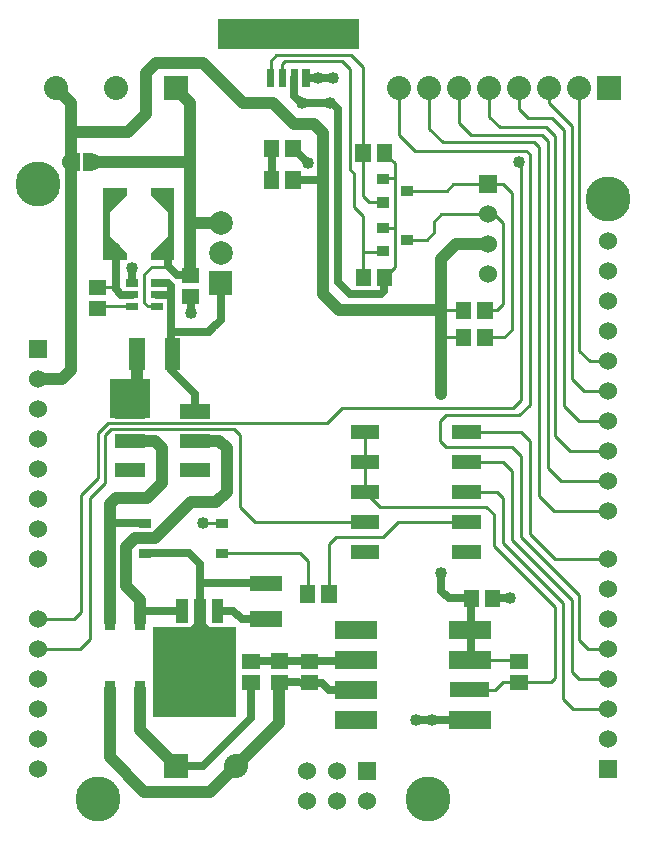
<source format=gbr>
G04 start of page 2 for group 0 idx 0 *
G04 Title: (unknown), component *
G04 Creator: pcb 4.0.2 *
G04 CreationDate: Sat May 14 18:12:11 2022 UTC *
G04 For: railfan *
G04 Format: Gerber/RS-274X *
G04 PCB-Dimensions (mil): 3110.00 2710.00 *
G04 PCB-Coordinate-Origin: lower left *
%MOIN*%
%FSLAX25Y25*%
%LNTOP*%
%ADD23C,0.0450*%
%ADD22C,0.0480*%
%ADD21C,0.1285*%
%ADD20C,0.0380*%
%ADD19C,0.0200*%
%ADD18C,0.0787*%
%ADD17C,0.0800*%
%ADD16C,0.1500*%
%ADD15C,0.0600*%
%ADD14C,0.0250*%
%ADD13C,0.0400*%
%ADD12C,0.0100*%
%ADD11C,0.0001*%
G54D11*G36*
X70500Y270500D02*X117500D01*
Y260500D01*
X70500D01*
Y270500D01*
G37*
G36*
X49000Y68000D02*X61417D01*
X61421Y61517D01*
X61465Y61333D01*
X61537Y61158D01*
X61636Y60997D01*
X61759Y60854D01*
X61902Y60731D01*
X62064Y60632D01*
X62238Y60560D01*
X62422Y60516D01*
X62610Y60505D01*
X66578Y60516D01*
X66762Y60560D01*
X66936Y60632D01*
X67098Y60731D01*
X67241Y60854D01*
X67364Y60997D01*
X67463Y61158D01*
X67535Y61333D01*
X67579Y61517D01*
X67590Y61705D01*
X67586Y68000D01*
X76500D01*
Y38000D01*
X49000D01*
Y68000D01*
G37*
G36*
X34500Y150500D02*X48000D01*
Y137500D01*
X34500D01*
Y150500D01*
G37*
G54D12*X191000Y160000D02*Y247500D01*
X188500Y235000D02*Y150500D01*
X185750Y226750D02*Y141750D01*
X200500Y156500D02*X194500D01*
X191000Y160000D01*
X188500Y150500D02*X192500Y146500D01*
X200500D01*
X185750Y141750D02*X191000Y136500D01*
X200500D01*
Y126500D02*X188000D01*
X183000Y131500D01*
X153450Y123000D02*X165500D01*
X153450Y113000D02*X163500D01*
X165500Y123000D02*X168500Y120000D01*
Y116000D01*
X183000Y131500D02*Y231500D01*
X180500Y121000D02*Y230000D01*
X177500Y111500D02*Y227000D01*
Y226500D02*Y228000D01*
X174500Y142000D02*Y225500D01*
X172000Y222000D02*X171000Y223000D01*
X171500Y204000D02*Y222500D01*
X171000Y223000D01*
X169000Y141000D02*X171500Y143500D01*
Y209500D01*
X168500Y167000D02*Y212500D01*
X165500Y175500D02*X163500Y173500D01*
X159511D01*
X159543Y164500D02*X166000D01*
X168500Y167000D01*
X162500Y205500D02*X165500Y202500D01*
Y175500D01*
X168500Y212500D02*X165500Y215500D01*
G54D13*X145000Y145500D02*Y190500D01*
X150000Y195500D01*
X153500D01*
G54D12*X200500Y116500D02*X185000D01*
X180500Y121000D01*
X182500Y106500D02*X177500Y111500D01*
X174500Y130000D02*Y99000D01*
X200500Y106500D02*X182500D01*
X200500Y90500D02*X183000D01*
X174500Y99000D01*
X176250Y97250D01*
X171500Y98000D02*Y125000D01*
X168500Y97000D02*Y118000D01*
X163500Y113000D02*X165500Y111000D01*
Y96000D01*
X162500Y105500D02*Y95000D01*
X171500Y125000D02*X168500Y128000D01*
X146500D01*
X141500Y108000D02*X160000D01*
X162500Y105500D01*
X130500Y103000D02*X153450D01*
X143000Y108000D02*X124550D01*
X146500Y128000D02*X144500Y130000D01*
Y136500D01*
X146500Y138500D01*
X153450Y133000D02*X171500D01*
X174500Y130000D01*
X146500Y138500D02*X171000D01*
X174500Y142000D01*
X112000Y141000D02*X169000D01*
X119550Y133000D02*Y113000D01*
X112000Y141000D02*X107000Y136000D01*
X113000Y98000D02*X125500D01*
X130500Y103000D01*
X124550Y108000D02*X119550Y113000D01*
X200500Y60500D02*X194000D01*
X200500Y50500D02*X191000D01*
X188500Y53000D01*
X194000Y60500D02*X191000Y63500D01*
Y78500D01*
X188500Y53000D02*Y77000D01*
X185500Y76000D02*Y44000D01*
X183000Y74500D02*Y51000D01*
X181500Y49500D01*
X185500Y44000D02*X189000Y40500D01*
X191000Y78500D02*X171500Y98000D01*
X188500Y77000D02*X168500Y97000D01*
X165500Y96000D02*X185500Y76000D01*
X162500Y95000D02*X183000Y74500D01*
X189000Y40500D02*X200500D01*
G54D14*X136500Y37000D02*X154500D01*
G54D12*Y47000D02*X163000D01*
X165500Y49500D01*
X170914D01*
X170957Y49457D01*
X170500Y57000D02*X170957Y56543D01*
X181500Y49500D02*X171500D01*
X154500Y57000D02*X170500D01*
G54D14*X168000Y77500D02*X162043D01*
X147500D02*X154957D01*
X145000Y86000D02*Y80000D01*
X147500Y77500D01*
X154957D02*Y57457D01*
X154500Y57000D01*
G54D13*X76500Y21600D02*X76600Y21700D01*
G54D14*X105043Y49457D02*X107500Y47000D01*
X116500D01*
X81500Y49457D02*Y37500D01*
X90500Y56500D02*X117000D01*
X93000D02*X81543D01*
X81500Y56543D01*
X91000Y49500D02*X105043Y49457D01*
G54D13*X91000Y49500D02*Y36000D01*
X76500Y21500D01*
G54D14*X81500Y37500D02*X65500Y21500D01*
X56500D01*
G54D13*X67900Y13000D02*X76950Y22050D01*
X44500Y47250D02*Y33500D01*
X56500Y21500D01*
X34500Y47250D02*Y24500D01*
X46000Y13000D01*
X67900D01*
G54D14*X70406Y73358D02*X75642D01*
X78500Y70500D01*
X86310D01*
X86500Y70690D01*
X64500Y89000D02*Y77500D01*
Y69500D02*Y79000D01*
X68000Y82500D02*X86500D01*
X64500D02*X72500D01*
G54D12*X71750Y92500D02*X88957D01*
X85500D02*X98000D01*
X100500Y90000D01*
Y79043D01*
X100457Y79000D01*
X107543D02*Y95543D01*
X119550Y103000D02*X113500D01*
X107543Y95543D02*X110000Y98000D01*
X113500D01*
X114500Y103000D02*X83000D01*
X107000Y136000D02*X69500D01*
G54D14*X46250Y92500D02*X61000D01*
G54D13*X49500Y97500D02*X52000Y100000D01*
X61500Y109500D02*X51250Y99250D01*
G54D14*X61000Y92500D02*X64500Y89000D01*
X46250Y102500D02*X34500D01*
G54D13*X40000Y94000D02*Y81500D01*
X49500Y97500D02*X43000D01*
X40000Y94500D01*
Y89500D01*
X47000Y111000D02*X36500D01*
X44500Y69750D02*Y77000D01*
X40000Y81500D02*X44500Y77000D01*
G54D14*X58594Y73358D02*X44642D01*
X44500Y73500D01*
G54D13*X36500Y111000D02*X34500Y109000D01*
Y69750D01*
G54D12*X28000Y64000D02*Y111000D01*
X33000Y116000D01*
X10500Y60500D02*X24500D01*
X28000Y64000D01*
X10500Y70500D02*X22500D01*
X25000Y73000D01*
Y112000D01*
X30500Y117500D01*
X65500Y102500D02*X71750D01*
X83000Y103000D02*X78000Y108000D01*
G54D13*X62825Y130000D02*X71000D01*
X73500Y127500D01*
Y113000D01*
X70000Y109500D01*
X61500D01*
G54D12*X78000Y108000D02*Y132000D01*
X76000Y134000D01*
X74500Y136000D02*X34000D01*
X35000Y134000D02*X76000D01*
X33000Y116000D02*Y132000D01*
X30500Y117500D02*Y132500D01*
X33000Y132000D02*X35000Y134000D01*
X30500Y132500D02*X34000Y136000D01*
G54D13*X41175Y130000D02*X49500D01*
X52000Y127500D01*
Y116000D01*
X47000Y111000D01*
G54D14*X54873Y169627D02*Y181627D01*
X53873Y182627D01*
X50073D01*
Y178727D02*X54773D01*
X54873Y178627D01*
Y171500D02*Y153627D01*
G54D13*X43500Y145500D02*Y158905D01*
X43595Y159000D01*
G54D14*X54873Y153627D02*X63000Y145500D01*
Y139975D01*
X62825Y139800D01*
X36373Y180627D02*Y194500D01*
G54D12*X30373Y181170D02*X35916D01*
X36373Y181627D01*
G54D14*X41873Y178727D02*X38273D01*
X36373Y180627D01*
G54D12*X41873Y174827D02*X39573D01*
X41073D02*X31116D01*
G54D13*X21500Y225000D02*Y153500D01*
Y223000D02*Y242500D01*
X16500Y247500D01*
X21500Y153500D02*X18500Y150500D01*
X10500D01*
X47000Y223000D02*X28400D01*
X21500Y233000D02*X40500D01*
X46500Y239000D01*
Y246500D01*
G54D14*X41873Y182627D02*Y187527D01*
G54D12*X45873Y176127D02*Y185400D01*
Y185627D02*Y183627D01*
X50073Y174827D02*X47173D01*
X45873Y176127D01*
G54D14*X61373Y178127D02*Y172627D01*
X71373Y182627D02*Y170373D01*
X68000Y167000D01*
X54873Y166373D02*X67373D01*
X69500Y168500D01*
X53737Y192763D02*Y188263D01*
X56373Y185627D01*
X61373Y185213D02*X56787D01*
X55373Y186627D01*
G54D12*X53737Y188127D02*X48373D01*
X45873Y185627D01*
G54D14*X71246Y202500D02*X71373Y202627D01*
G54D13*X64000Y202500D02*X71246D01*
X65500D02*X61287D01*
Y185213D02*Y199787D01*
Y196500D02*Y242713D01*
X56500Y247500D01*
X44000Y223000D02*X61287D01*
G54D14*X88457Y227500D02*Y217000D01*
G54D12*X88063Y251000D02*Y256563D01*
G54D13*X65500Y256000D02*X77000Y244500D01*
X89000Y242500D02*X79000D01*
X74500Y247000D01*
G54D12*X88063Y256563D02*X90000Y258500D01*
G54D13*X50000Y256000D02*X65500D01*
X46500Y240500D02*Y252500D01*
X50000Y256000D01*
G54D12*X181000Y247500D02*Y242500D01*
X171000Y247500D02*Y240500D01*
X174000Y237500D01*
X182000D01*
X181000Y242500D02*X188500Y235000D01*
X182000Y237500D02*X185750Y233750D01*
Y224750D01*
X183000Y231500D02*X180000Y234500D01*
X164500D01*
X161000Y238000D01*
X180500Y230000D02*X178500Y232000D01*
X155000D01*
X151000Y236000D01*
X177500Y228000D02*X176000Y229500D01*
X174500Y225500D02*X173250Y226750D01*
X161000Y238000D02*Y247500D01*
X151000Y236000D02*Y247500D01*
X176000Y229500D02*X145500D01*
X173250Y226750D02*X136250D01*
X141000Y234000D02*Y247500D01*
X145500Y229500D02*X141000Y234000D01*
X131000Y233500D02*Y247500D01*
X136250Y226750D02*X131000Y232000D01*
Y234500D01*
X134300Y197000D02*X134200Y197100D01*
X129500Y188000D02*Y222500D01*
X119000Y205000D02*Y192500D01*
G54D14*X110500Y240500D02*Y183000D01*
X114500Y179000D01*
G54D13*X105500Y224000D02*Y179000D01*
X111000Y173500D01*
X108000Y176500D01*
G54D12*X119000Y193000D02*Y184543D01*
Y193000D02*X125300D01*
X125500Y193200D01*
X126043Y184500D02*Y184543D01*
X129500Y188000D01*
Y201000D02*X125500D01*
X119000Y184543D02*X118957Y184500D01*
G54D14*X114500Y179000D02*X125000D01*
X126000Y180000D01*
Y184457D01*
X126043Y184500D01*
G54D13*X145000Y173500D02*X111000D01*
G54D12*X133700Y197100D02*X140100D01*
X142500Y199500D01*
Y203000D01*
X152426Y173500D02*X146500D01*
X152457Y164500D02*X146500D01*
X125500Y217300D02*X125700D01*
X119000Y211500D02*Y225914D01*
X118914Y226000D01*
X129500Y222500D02*X126000Y226000D01*
X129500Y217500D02*X125500D01*
X125300Y217300D01*
X125500Y209500D02*X121000D01*
X119000Y211500D01*
X116000Y219000D02*Y208000D01*
X119000Y205000D01*
X114500Y220500D02*X116000Y219000D01*
X133700Y213400D02*X146900D01*
X149000Y215500D01*
X165500D02*X149000D01*
X142500Y203000D02*X145000Y205500D01*
X153000D01*
G54D13*X160500Y195500D02*X150000D01*
G54D12*X150500Y205500D02*X162500D01*
G54D14*X99874Y251000D02*X109000D01*
G54D12*X92000D02*Y255500D01*
G54D14*X96000Y251000D02*Y245000D01*
G54D12*X119000Y225500D02*Y254500D01*
X114500Y254000D02*Y220500D01*
G54D13*X105500Y219500D02*Y232500D01*
X102500Y235500D01*
G54D14*X100500Y222500D02*Y222543D01*
G54D12*X119000Y254500D02*X115000Y258500D01*
X90000D02*X115000D01*
X116000Y257500D01*
X92000Y255500D02*X93000Y256500D01*
X112000D01*
X114500Y254000D01*
G54D14*X96000Y245000D02*X98500Y242500D01*
X108500D01*
X110500Y240500D01*
G54D13*X102500Y235500D02*X96000D01*
X89000Y242500D01*
G54D14*X95543Y217000D02*X105500D01*
X100500Y222543D02*X95543Y227500D01*
G54D11*G36*
X197500Y23500D02*Y17500D01*
X203500D01*
Y23500D01*
X197500D01*
G37*
G54D15*X200500Y30500D03*
Y40500D03*
Y50500D03*
Y60500D03*
Y70500D03*
G54D16*X140500Y10500D03*
G54D15*X120300Y10000D03*
X110300D03*
X100300D03*
G54D11*G36*
X117300Y23000D02*Y17000D01*
X123300D01*
Y23000D01*
X117300D01*
G37*
G54D15*X110300Y20000D03*
X100300D03*
G54D11*G36*
X52500Y25500D02*Y17500D01*
X60500D01*
Y25500D01*
X52500D01*
G37*
G54D17*X76500Y21500D03*
G54D15*X10500Y130500D03*
Y120500D03*
Y110500D03*
Y100500D03*
G54D11*G36*
X7500Y163500D02*Y157500D01*
X13500D01*
Y163500D01*
X7500D01*
G37*
G54D15*X10500Y150500D03*
Y140500D03*
G54D16*Y215500D03*
G54D17*X16500Y247500D03*
G54D15*X10500Y90500D03*
Y70500D03*
Y60500D03*
Y50500D03*
Y40500D03*
Y30500D03*
Y20500D03*
G54D16*X30500Y10500D03*
G54D15*X200500Y80500D03*
Y90500D03*
Y106500D03*
Y116500D03*
Y126500D03*
Y136500D03*
Y146500D03*
Y156500D03*
Y166500D03*
Y176500D03*
Y186500D03*
Y196500D03*
G54D16*Y210500D03*
G54D11*G36*
X157500Y218500D02*Y212500D01*
X163500D01*
Y218500D01*
X157500D01*
G37*
G54D15*X160500Y205500D03*
Y195500D03*
G54D11*G36*
X197000Y251500D02*Y243500D01*
X205000D01*
Y251500D01*
X197000D01*
G37*
G54D17*X191000Y247500D03*
X181000D03*
X171000D03*
G54D15*X160500Y185500D03*
G54D17*X161000Y247500D03*
X151000D03*
X141000D03*
X131000D03*
G54D11*G36*
X52500Y251500D02*Y243500D01*
X60500D01*
Y251500D01*
X52500D01*
G37*
G54D17*X36500Y247500D03*
G54D18*X71373Y202627D03*
Y192627D03*
G54D11*G36*
X67436Y186564D02*Y178690D01*
X75310D01*
Y186564D01*
X67436D01*
G37*
G54D15*X21600Y223000D03*
G54D11*G36*
X24600Y226000D02*X21600D01*
Y220000D01*
X24600D01*
Y226000D01*
G37*
G54D15*X28400Y223000D03*
G54D11*G36*
Y226000D02*X25400D01*
Y220000D01*
X28400D01*
Y226000D01*
G37*
G36*
X121473Y228952D02*X116355D01*
Y223048D01*
X121473D01*
Y228952D01*
G37*
G36*
X101055Y254051D02*X98693D01*
Y247949D01*
X101055D01*
Y254051D01*
G37*
G36*
X107354Y269799D02*X102630D01*
Y262713D01*
X107354D01*
Y269799D01*
G37*
G36*
X97118Y254051D02*X94756D01*
Y247949D01*
X97118D01*
Y254051D01*
G37*
G36*
X98102Y230452D02*X92984D01*
Y224548D01*
X98102D01*
Y230452D01*
G37*
G36*
X91016D02*X85898D01*
Y224548D01*
X91016D01*
Y230452D01*
G37*
G36*
Y219952D02*X85898D01*
Y214048D01*
X91016D01*
Y219952D01*
G37*
G36*
X98102D02*X92984D01*
Y214048D01*
X98102D01*
Y219952D01*
G37*
G36*
X93181Y254051D02*X90819D01*
Y247949D01*
X93181D01*
Y254051D01*
G37*
G36*
X89244D02*X86882D01*
Y247949D01*
X89244D01*
Y254051D01*
G37*
G36*
X85307Y269799D02*X80583D01*
Y262713D01*
X85307D01*
Y269799D01*
G37*
G36*
X48073Y176027D02*Y173627D01*
X52073D01*
Y176027D01*
X48073D01*
G37*
G36*
Y179927D02*Y177527D01*
X52073D01*
Y179927D01*
X48073D01*
G37*
G36*
X58421Y180686D02*Y175568D01*
X64325D01*
Y180686D01*
X58421D01*
G37*
G36*
X48073Y183827D02*Y181427D01*
X52073D01*
Y183827D01*
X48073D01*
G37*
G36*
X58421Y187772D02*Y182654D01*
X64325D01*
Y187772D01*
X58421D01*
G37*
G36*
X56037Y214163D02*X53737D01*
Y190463D01*
X56037D01*
Y214163D01*
G37*
G36*
X48137Y192763D02*Y190463D01*
X56037D01*
Y192763D01*
X48137D01*
G37*
G36*
X55858Y196236D02*X53737Y198358D01*
X48142Y192763D01*
X50264Y190642D01*
X55858Y196236D01*
G37*
G36*
X51737Y194763D02*Y190763D01*
X55737D01*
Y194763D01*
X51737D01*
G37*
G36*
X48137Y214163D02*Y211863D01*
X56037D01*
Y214163D01*
X48137D01*
G37*
G36*
X50264Y213985D02*X48142Y211863D01*
X53737Y206269D01*
X55858Y208390D01*
X50264Y213985D01*
G37*
G36*
X51737Y213863D02*Y209863D01*
X55737D01*
Y213863D01*
X51737D01*
G37*
G36*
X57964Y164314D02*X52846D01*
Y153686D01*
X57964D01*
Y164314D01*
G37*
G36*
X46154D02*X41036D01*
Y153686D01*
X46154D01*
Y164314D01*
G37*
G36*
X39873Y183827D02*Y181427D01*
X43873D01*
Y183827D01*
X39873D01*
G37*
G36*
X32337Y192763D02*Y190463D01*
X40237D01*
Y192763D01*
X32337D01*
G37*
G36*
X39873Y179927D02*Y177527D01*
X43873D01*
Y179927D01*
X39873D01*
G37*
G36*
Y176027D02*Y173627D01*
X43873D01*
Y176027D01*
X39873D01*
G37*
G36*
X27421Y176643D02*Y171525D01*
X33325D01*
Y176643D01*
X27421D01*
G37*
G36*
Y183729D02*Y178611D01*
X33325D01*
Y183729D01*
X27421D01*
G37*
G36*
X34637Y214163D02*X32337D01*
Y190463D01*
X34637D01*
Y214163D01*
G37*
G36*
X32337D02*Y211863D01*
X40237D01*
Y214163D01*
X32337D01*
G37*
G36*
X34637Y198358D02*X32515Y196236D01*
X38110Y190642D01*
X40231Y192763D01*
X34637Y198358D01*
G37*
G36*
X40231Y211863D02*X38110Y213985D01*
X32515Y208390D01*
X34637Y206269D01*
X40231Y211863D01*
G37*
G36*
X32637Y194763D02*Y190763D01*
X36637D01*
Y194763D01*
X32637D01*
G37*
G36*
Y213863D02*Y209863D01*
X36637D01*
Y213863D01*
X32637D01*
G37*
G36*
X128559Y228952D02*X123441D01*
Y223048D01*
X128559D01*
Y228952D01*
G37*
G36*
X123500Y219000D02*Y215600D01*
X127500D01*
Y219000D01*
X123500D01*
G37*
G36*
Y211200D02*Y207800D01*
X127500D01*
Y211200D01*
X123500D01*
G37*
G36*
X131700Y215100D02*Y211700D01*
X135700D01*
Y215100D01*
X131700D01*
G37*
G36*
X123500Y202700D02*Y199300D01*
X127500D01*
Y202700D01*
X123500D01*
G37*
G36*
X131700Y198800D02*Y195400D01*
X135700D01*
Y198800D01*
X131700D01*
G37*
G36*
X121516Y187452D02*X116398D01*
Y181548D01*
X121516D01*
Y187452D01*
G37*
G36*
X128602D02*X123484D01*
Y181548D01*
X128602D01*
Y187452D01*
G37*
G36*
X123500Y194900D02*Y191500D01*
X127500D01*
Y194900D01*
X123500D01*
G37*
G36*
X162071Y176452D02*X156953D01*
Y170548D01*
X162071D01*
Y176452D01*
G37*
G36*
X154985D02*X149867D01*
Y170548D01*
X154985D01*
Y176452D01*
G37*
G36*
X162102Y167452D02*X156984D01*
Y161548D01*
X162102D01*
Y167452D01*
G37*
G36*
X155016D02*X149898D01*
Y161548D01*
X155016D01*
Y167452D01*
G37*
G36*
X88048Y59145D02*Y54027D01*
X93952D01*
Y59145D01*
X88048D01*
G37*
G36*
Y52059D02*Y46941D01*
X93952D01*
Y52059D01*
X88048D01*
G37*
G36*
X78548Y52016D02*Y46898D01*
X84452D01*
Y52016D01*
X78548D01*
G37*
G36*
X36050Y50000D02*X32950D01*
Y44500D01*
X36050D01*
Y50000D01*
G37*
G36*
X46050D02*X42950D01*
Y44500D01*
X46050D01*
Y50000D01*
G37*
G36*
X78548Y59102D02*Y53984D01*
X84452D01*
Y59102D01*
X78548D01*
G37*
G36*
X72296Y77295D02*X68516D01*
Y69421D01*
X72296D01*
Y77295D01*
G37*
G36*
X66390D02*X62610D01*
Y61705D01*
X66390D01*
Y77295D01*
G37*
G36*
X66385Y69426D02*X64965Y68006D01*
X67805Y65166D01*
X69225Y66586D01*
X66385Y69426D01*
G37*
G36*
X81186Y73249D02*Y68131D01*
X91814D01*
Y73249D01*
X81186D01*
G37*
G36*
X69750Y94050D02*Y90950D01*
X73750D01*
Y94050D01*
X69750D01*
G37*
G36*
Y104050D02*Y100950D01*
X73750D01*
Y104050D01*
X69750D01*
G37*
G36*
X81186Y85059D02*Y79941D01*
X91814D01*
Y85059D01*
X81186D01*
G37*
G36*
X109500Y70000D02*Y64000D01*
X123500D01*
Y70000D01*
X109500D01*
G37*
G36*
Y60000D02*Y54000D01*
X123500D01*
Y60000D01*
X109500D01*
G37*
G36*
Y50000D02*Y44000D01*
X123500D01*
Y50000D01*
X109500D01*
G37*
G36*
Y40000D02*Y34000D01*
X123500D01*
Y40000D01*
X109500D01*
G37*
G36*
X98048Y59102D02*Y53984D01*
X103952D01*
Y59102D01*
X98048D01*
G37*
G36*
X110102Y81952D02*X104984D01*
Y76048D01*
X110102D01*
Y81952D01*
G37*
G36*
X103016D02*X97898D01*
Y76048D01*
X103016D01*
Y81952D01*
G37*
G36*
X98048Y52016D02*Y46898D01*
X103952D01*
Y52016D01*
X98048D01*
G37*
G36*
X114750Y135200D02*Y130800D01*
X124350D01*
Y135200D01*
X114750D01*
G37*
G36*
X148650D02*Y130800D01*
X158250D01*
Y135200D01*
X148650D01*
G37*
G36*
X114750Y125200D02*Y120800D01*
X124350D01*
Y125200D01*
X114750D01*
G37*
G36*
X148650D02*Y120800D01*
X158250D01*
Y125200D01*
X148650D01*
G37*
G36*
X114750Y115200D02*Y110800D01*
X124350D01*
Y115200D01*
X114750D01*
G37*
G36*
X148650D02*Y110800D01*
X158250D01*
Y115200D01*
X148650D01*
G37*
G36*
X114750Y105200D02*Y100800D01*
X124350D01*
Y105200D01*
X114750D01*
G37*
G36*
X148650D02*Y100800D01*
X158250D01*
Y105200D01*
X148650D01*
G37*
G36*
Y95200D02*Y90800D01*
X158250D01*
Y95200D01*
X148650D01*
G37*
G36*
X114750D02*Y90800D01*
X124350D01*
Y95200D01*
X114750D01*
G37*
G36*
X69225Y66586D02*X59775D01*
Y55246D01*
X69225D01*
Y66586D01*
G37*
G36*
X57900Y142150D02*Y137450D01*
X67750D01*
Y142150D01*
X57900D01*
G37*
G36*
Y132350D02*Y127650D01*
X67750D01*
Y132350D01*
X57900D01*
G37*
G36*
Y122550D02*Y117850D01*
X67750D01*
Y122550D01*
X57900D01*
G37*
G36*
X64035Y68006D02*X62615Y69426D01*
X59775Y66586D01*
X61195Y65166D01*
X64035Y68006D01*
G37*
G36*
X60484Y77295D02*X56704D01*
Y69421D01*
X60484D01*
Y77295D01*
G37*
G36*
X44250Y94050D02*Y90950D01*
X48250D01*
Y94050D01*
X44250D01*
G37*
G36*
X46050Y72500D02*X42950D01*
Y67000D01*
X46050D01*
Y72500D01*
G37*
G36*
X36050D02*X32950D01*
Y67000D01*
X36050D01*
Y72500D01*
G37*
G36*
X44250Y104050D02*Y100950D01*
X48250D01*
Y104050D01*
X44250D01*
G37*
G36*
X36250Y142150D02*Y137450D01*
X46100D01*
Y142150D01*
X36250D01*
G37*
G36*
Y132350D02*Y127650D01*
X46100D01*
Y132350D01*
X36250D01*
G37*
G36*
Y122550D02*Y117850D01*
X46100D01*
Y122550D01*
X36250D01*
G37*
G36*
X147500Y40000D02*Y34000D01*
X161500D01*
Y40000D01*
X147500D01*
G37*
G36*
X168005Y52016D02*Y46898D01*
X173909D01*
Y52016D01*
X168005D01*
G37*
G36*
Y59102D02*Y53984D01*
X173909D01*
Y59102D01*
X168005D01*
G37*
G36*
X147500Y70000D02*Y64000D01*
X161500D01*
Y70000D01*
X147500D01*
G37*
G36*
Y60000D02*Y54000D01*
X161500D01*
Y60000D01*
X147500D01*
G37*
G36*
X148000Y49500D02*Y44500D01*
X161000D01*
Y49500D01*
X148000D01*
G37*
G36*
X157516Y80452D02*X152398D01*
Y74548D01*
X157516D01*
Y80452D01*
G37*
G36*
X164602D02*X159484D01*
Y74548D01*
X164602D01*
Y80452D01*
G37*
G54D13*X65500Y102500D03*
X142000Y37000D03*
X136500D03*
X145000Y86000D03*
X168000Y77500D03*
X38000Y145500D03*
X43500D03*
X41873Y187527D03*
X61373Y172627D03*
X145000Y145500D03*
X61287Y202500D03*
X104000Y251000D03*
X109000D03*
X108000Y242500D03*
X171000Y223000D03*
X98500Y242500D03*
X100500Y222500D03*
G54D19*G54D20*G54D21*G54D20*G54D22*G54D20*G54D21*G54D22*G54D20*G54D21*G54D20*G54D21*G54D20*G54D22*G54D20*G54D22*G54D23*M02*

</source>
